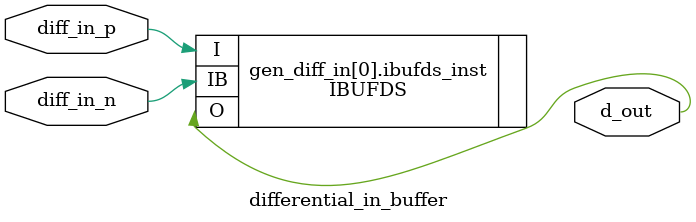
<source format=v>
`timescale 1ns / 1ps

module differential_in_buffer #
(
  parameter integer DIFF_BUFFER_WIDTH = 1
)
(
  input   wire  [DIFF_BUFFER_WIDTH-1:0]   diff_in_p,
  input   wire  [DIFF_BUFFER_WIDTH-1:0]   diff_in_n,
  output  wire  [DIFF_BUFFER_WIDTH-1:0]   d_out
);

// Generate DIFF_BUFFER_WIDTH number of the Xilinx IBUFDS primitives
genvar i;
generate
  for (i = 0; i < DIFF_BUFFER_WIDTH; i = i + 1)
  begin : gen_diff_in
    IBUFDS
    #(
      .IOSTANDARD("DEFAULT")
    )
    ibufds_inst
    (
      .I(diff_in_p[i]),
      .IB(diff_in_n[i]),
      .O(d_out[i])
    );
  end
endgenerate

endmodule

</source>
